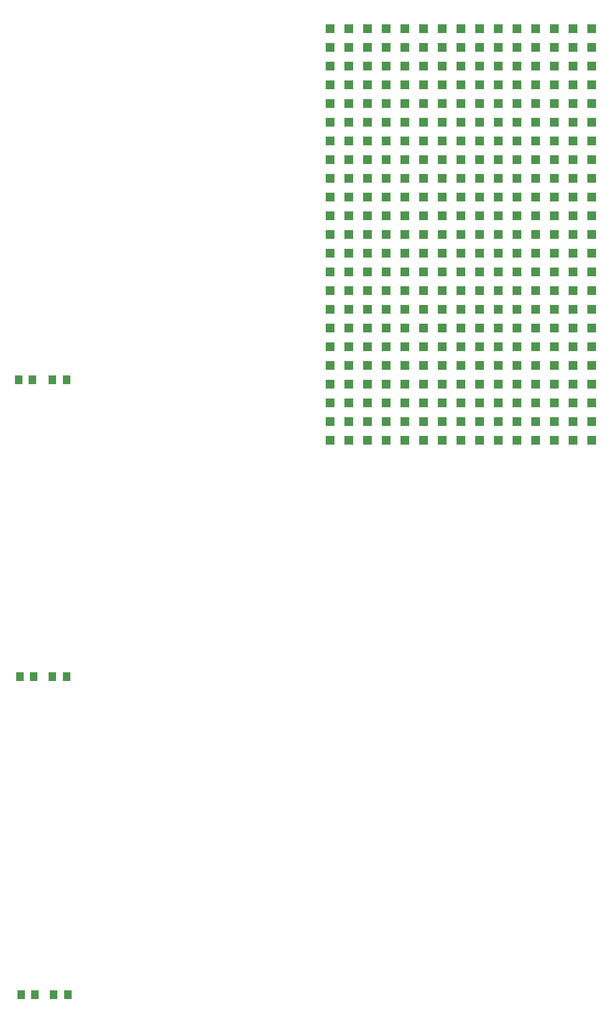
<source format=gbr>
G04 DipTrace 3.3.1.3*
G04 TopPaste.gbr*
%MOIN*%
G04 #@! TF.FileFunction,Paste,Top*
G04 #@! TF.Part,Single*
%ADD55R,0.051181X0.051181*%
%ADD57R,0.043307X0.051181*%
%FSLAX26Y26*%
G04*
G70*
G90*
G75*
G01*
G04 TopPaste*
%LPD*%
D57*
X2187451Y1231201D3*
X2112648D3*
X2181104Y2931201D3*
X2106301D3*
X2181102Y4518701D3*
X2106299D3*
X1937453Y1231201D3*
X2012256D3*
X1931202Y2931201D3*
X2006005D3*
X1924951Y4518701D3*
X1999755D3*
D55*
X3593701Y6393701D3*
X3693701D3*
X3793701D3*
X3893701D3*
X3993701D3*
X4093701D3*
X4193701D3*
X4293701D3*
X4393701D3*
X4493701D3*
X4593701D3*
X4693701D3*
X3593701Y6293701D3*
X3693701D3*
X3793701D3*
X3893701D3*
X3993701D3*
X4093701D3*
X3593701Y6193701D3*
X3693701D3*
X3793701D3*
X3893701D3*
X3993701D3*
X4093701D3*
X3593701Y6093701D3*
X3693701D3*
X3793701D3*
X3893701D3*
X3993701D3*
X4093701D3*
X4193701Y6293701D3*
X4293701D3*
X4393701D3*
X4493701D3*
X4593701D3*
X4693701D3*
X4193701Y6193701D3*
X4293701D3*
X4393701D3*
X4493701D3*
X4593701D3*
X4693701D3*
X4193701Y6093701D3*
X4293701D3*
X4393701D3*
X4493701D3*
X4593701D3*
X4693701D3*
X3593701Y5993701D3*
X3693701D3*
X3793701D3*
X3893701D3*
X3993701D3*
X4093701D3*
X4193701D3*
X4293701D3*
X4393701D3*
X4493701D3*
X4593701D3*
X4693701D3*
X3593701Y5893701D3*
X3693701D3*
X3793701D3*
X3893701D3*
X3993701D3*
X4093701D3*
X3593701Y5793701D3*
X3693701D3*
X3793701D3*
X3893701D3*
X3993701D3*
X4093701D3*
X3593701Y5693701D3*
X3693701D3*
X3793701D3*
X3893701D3*
X3993701D3*
X4093701D3*
X4193701Y5893701D3*
X4293701D3*
X4393701D3*
X4493701D3*
X4593701D3*
X4693701D3*
X4193701Y5793701D3*
X4293701D3*
X4393701D3*
X4493701D3*
X4593701D3*
X4693701D3*
X4193701Y5693701D3*
X4293701D3*
X4393701D3*
X4493701D3*
X4593701D3*
X4693701D3*
X3593701Y5593701D3*
X3693701D3*
X3793701D3*
X3893701D3*
X3993701D3*
X4093701D3*
X4193701D3*
X4293701D3*
X4393701D3*
X4493701D3*
X4593701D3*
X4693701D3*
X3593701Y5493701D3*
X3693701D3*
X3793701D3*
X3893701D3*
X3993701D3*
X4093701D3*
X3593701Y5393701D3*
X3693701D3*
X3793701D3*
X3893701D3*
X3993701D3*
X4093701D3*
X3593701Y5293701D3*
X3693701D3*
X3793701D3*
X3893701D3*
X3993701D3*
X4093701D3*
X4193701Y5493701D3*
X4293701D3*
X4393701D3*
X4493701D3*
X4593701D3*
X4693701D3*
X4193701Y5393701D3*
X4293701D3*
X4393701D3*
X4493701D3*
X4593701D3*
X4693701D3*
X4193701Y5293701D3*
X4293701D3*
X4393701D3*
X4493701D3*
X4593701D3*
X4693701D3*
X3593701Y5193701D3*
X3693701D3*
X3793701D3*
X3893701D3*
X3993701D3*
X4093701D3*
X4193701D3*
X4293701D3*
X4393701D3*
X4493701D3*
X4593701D3*
X4693701D3*
X3593701Y5093701D3*
X3693701D3*
X3793701D3*
X3893701D3*
X3993701D3*
X4093701D3*
X3593701Y4993701D3*
X3693701D3*
X3793701D3*
X3893701D3*
X3993701D3*
X4093701D3*
X3593701Y4893701D3*
X3693701D3*
X3793701D3*
X3893701D3*
X3993701D3*
X4093701D3*
X4193701Y5093701D3*
X4293701D3*
X4393701D3*
X4493701D3*
X4593701D3*
X4693701D3*
X4193701Y4993701D3*
X4293701D3*
X4393701D3*
X4493701D3*
X4593701D3*
X4693701D3*
X4193701Y4893701D3*
X4293701D3*
X4393701D3*
X4493701D3*
X4593701D3*
X4693701D3*
X3593701Y4793701D3*
X3693701D3*
X3793701D3*
X3893701D3*
X3993701D3*
X4093701D3*
X4193701D3*
X4293701D3*
X4393701D3*
X4493701D3*
X4593701D3*
X4693701D3*
X3593701Y4693701D3*
X3693701D3*
X3793701D3*
X3893701D3*
X3993701D3*
X4093701D3*
X3593701Y4593701D3*
X3693701D3*
X3793701D3*
X3893701D3*
X3993701D3*
X4093701D3*
X3593701Y4493701D3*
X3693701D3*
X3793701D3*
X3893701D3*
X3993701D3*
X4093701D3*
X4193701Y4693701D3*
X4293701D3*
X4393701D3*
X4493701D3*
X4593701D3*
X4693701D3*
X4193701Y4593701D3*
X4293701D3*
X4393701D3*
X4493701D3*
X4593701D3*
X4693701D3*
X4193701Y4493701D3*
X4293701D3*
X4393701D3*
X4493701D3*
X4593701D3*
X4693701D3*
X4793701Y6393701D3*
X4893701D3*
X4993701D3*
X4793701Y6293701D3*
X4893701D3*
X4993701D3*
X4793701Y6193701D3*
X4893701D3*
X4993701D3*
X4793701Y6093701D3*
X4893701D3*
X4993701D3*
X4793701Y5993701D3*
X4893701D3*
X4993701D3*
X4793701Y5893701D3*
X4893701D3*
X4993701D3*
X4793701Y5793701D3*
X4893701D3*
X4993701D3*
X4793701Y5693701D3*
X4893701D3*
X4993701D3*
X4793701Y5593701D3*
X4893701D3*
X4993701D3*
X4793701Y5493701D3*
X4893701D3*
X4993701D3*
X4793701Y5393701D3*
X4893701D3*
X4993701D3*
X4793701Y5293701D3*
X4893701D3*
X4993701D3*
X4793701Y5193701D3*
X4893701D3*
X4993701D3*
X4793701Y5093701D3*
X4893701D3*
X4993701D3*
X4793701Y4993701D3*
X4893701D3*
X4993701D3*
X4793701Y4893701D3*
X4893701D3*
X4993701D3*
X4793701Y4793701D3*
X4893701D3*
X4993701D3*
X4793701Y4693701D3*
X4893701D3*
X4993701D3*
X4793701Y4593701D3*
X4893701D3*
X4993701D3*
X4793701Y4493701D3*
X4893701D3*
X4993701D3*
X3593701Y4393701D3*
X3693701D3*
X3793701D3*
X3893701D3*
X3993701D3*
X4093701D3*
X3593701Y4293701D3*
X3693701D3*
X3793701D3*
X3893701D3*
X3993701D3*
X4093701D3*
X3593701Y4193701D3*
X3693701D3*
X3793701D3*
X3893701D3*
X3993701D3*
X4093701D3*
X4193701Y4393701D3*
X4293701D3*
X4393701D3*
X4493701D3*
X4593701D3*
X4693701D3*
X4193701Y4293701D3*
X4293701D3*
X4393701D3*
X4493701D3*
X4593701D3*
X4693701D3*
X4193701Y4193701D3*
X4293701D3*
X4393701D3*
X4493701D3*
X4593701D3*
X4693701D3*
X4793701Y4393701D3*
X4893701D3*
X4993701D3*
X4793701Y4293701D3*
X4893701D3*
X4993701D3*
X4793701Y4193701D3*
X4893701D3*
X4993701D3*
M02*

</source>
